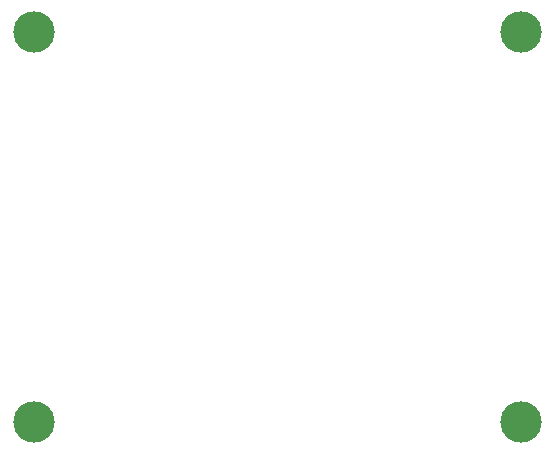
<source format=gtl>
%TF.GenerationSoftware,KiCad,Pcbnew,(5.1.8)-1*%
%TF.CreationDate,2021-01-19T22:33:46+01:00*%
%TF.ProjectId,D32 Joystick Adapter Faceplate A1,44333220-4a6f-4797-9374-69636b204164,rev?*%
%TF.SameCoordinates,Original*%
%TF.FileFunction,Copper,L1,Top*%
%TF.FilePolarity,Positive*%
%FSLAX46Y46*%
G04 Gerber Fmt 4.6, Leading zero omitted, Abs format (unit mm)*
G04 Created by KiCad (PCBNEW (5.1.8)-1) date 2021-01-19 22:33:46*
%MOMM*%
%LPD*%
G01*
G04 APERTURE LIST*
%TA.AperFunction,ComponentPad*%
%ADD10C,3.500000*%
%TD*%
G04 APERTURE END LIST*
D10*
%TO.P,M1,1*%
%TO.N,Net-(M1-Pad1)*%
X102235000Y-108585000D03*
%TD*%
%TO.P,M2,1*%
%TO.N,Net-(M1-Pad1)*%
X143510000Y-108585000D03*
%TD*%
%TO.P,M3,1*%
%TO.N,Net-(M1-Pad1)*%
X143510000Y-75565000D03*
%TD*%
%TO.P,M4,1*%
%TO.N,Net-(M1-Pad1)*%
X102235000Y-75565000D03*
%TD*%
M02*

</source>
